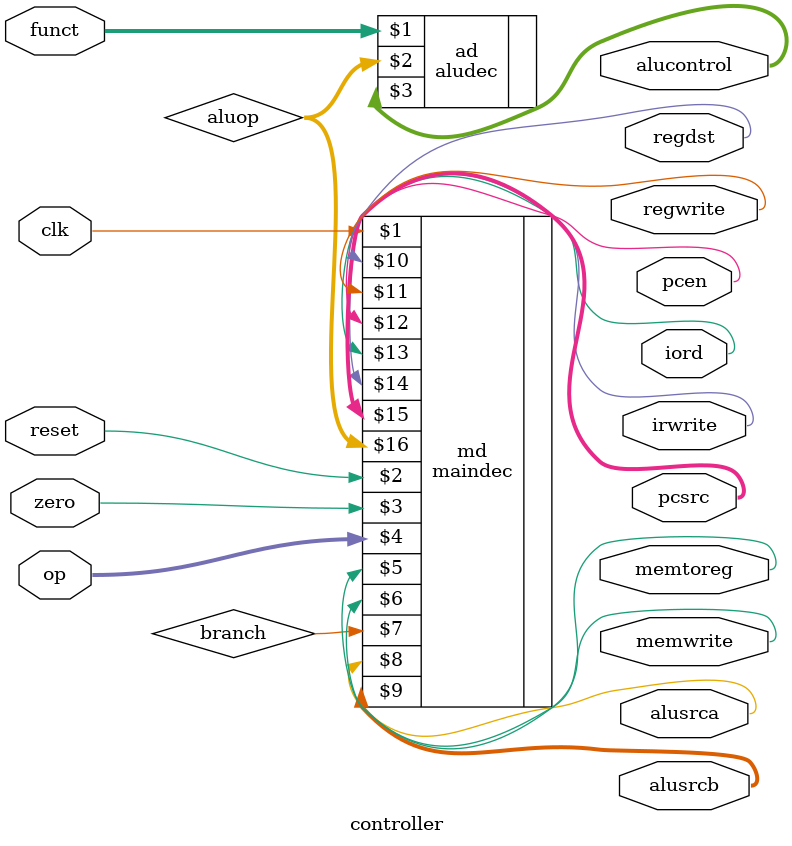
<source format=sv>
module controller(input logic clk, reset,
                  input logic [5:0] op, funct,  
                  input logic zero, 
                  output logic memtoreg, memwrite,
                  output logic alusrca,
                  output logic [1:0] alusrcb, pcsrc,
                  output logic regdst, regwrite,
                  output logic [2:0] alucontrol,
                  output logic iord, irwrite,
                  output logic pcen); // ok
  logic [1:0] aluop;
  logic branch; // são coisas internas ao controle
  
  maindec md(clk, reset, zero, op, memtoreg, memwrite, branch, alusrca, alusrcb, regdst, regwrite, pcen, iord, irwrite, pcsrc, aluop);
  
  aludec ad(funct, aluop, alucontrol);
endmodule
</source>
